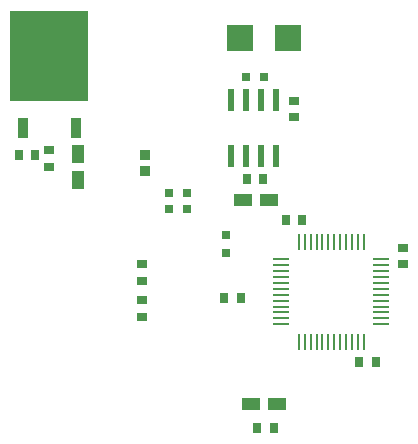
<source format=gtp>
G04 Layer_Color=8421504*
%FSLAX44Y44*%
%MOMM*%
G71*
G01*
G75*
%ADD10R,1.4975X1.1176*%
%ADD11R,0.6604X0.8636*%
%ADD12R,1.1176X1.4975*%
%ADD13R,0.8636X0.6604*%
%ADD14R,0.7874X0.7874*%
%ADD15R,0.7556X0.8000*%
%ADD16R,0.2794X1.4732*%
%ADD17R,1.4732X0.2794*%
%ADD18R,0.8000X0.7556*%
%ADD19R,0.5588X1.9812*%
%ADD20R,2.2098X2.2606*%
%ADD21R,0.9398X1.7018*%
%ADD22R,6.6548X7.7216*%
%ADD23R,0.9398X0.8128*%
D10*
X208656Y133350D02*
D03*
X230764D02*
D03*
X224414Y306070D02*
D03*
X202306D02*
D03*
D11*
X227965Y113030D02*
D03*
X213995D02*
D03*
X26035Y344170D02*
D03*
X12065D02*
D03*
X314325Y168910D02*
D03*
X300355D02*
D03*
X238125Y289560D02*
D03*
X252095D02*
D03*
X205105Y323850D02*
D03*
X219075D02*
D03*
X186055Y223520D02*
D03*
X200025D02*
D03*
D12*
X62230Y345064D02*
D03*
Y322956D02*
D03*
D13*
X38100Y348615D02*
D03*
Y334645D02*
D03*
X116840Y207645D02*
D03*
Y221615D02*
D03*
Y252095D02*
D03*
Y238125D02*
D03*
X245110Y376555D02*
D03*
Y390525D02*
D03*
X337820Y252095D02*
D03*
Y266065D02*
D03*
D14*
X139827Y312420D02*
D03*
X154813D02*
D03*
D15*
X155098Y298450D02*
D03*
X139542D02*
D03*
X204312Y410210D02*
D03*
X219868D02*
D03*
D16*
X249360Y270764D02*
D03*
X254360D02*
D03*
X259360D02*
D03*
X264360D02*
D03*
X269360D02*
D03*
X274360D02*
D03*
X279360D02*
D03*
X284360D02*
D03*
X289360D02*
D03*
X294360D02*
D03*
X299360D02*
D03*
X304360D02*
D03*
Y186436D02*
D03*
X299360D02*
D03*
X294360D02*
D03*
X289360D02*
D03*
X284360D02*
D03*
X279360D02*
D03*
X274360D02*
D03*
X269360D02*
D03*
X264360D02*
D03*
X259360D02*
D03*
X254360D02*
D03*
X249360D02*
D03*
D17*
X319024Y256100D02*
D03*
Y251100D02*
D03*
Y246100D02*
D03*
Y241100D02*
D03*
Y236100D02*
D03*
Y231100D02*
D03*
Y226100D02*
D03*
Y221100D02*
D03*
Y216100D02*
D03*
Y211100D02*
D03*
Y206100D02*
D03*
Y201100D02*
D03*
X234696D02*
D03*
Y206100D02*
D03*
Y211100D02*
D03*
Y216100D02*
D03*
Y221100D02*
D03*
Y226100D02*
D03*
Y231100D02*
D03*
Y236100D02*
D03*
Y241100D02*
D03*
Y246100D02*
D03*
Y251100D02*
D03*
Y256100D02*
D03*
D18*
X187960Y261462D02*
D03*
Y277018D02*
D03*
D19*
X191770Y343408D02*
D03*
X204470D02*
D03*
X217170D02*
D03*
X229870D02*
D03*
Y390652D02*
D03*
X217170D02*
D03*
X204470D02*
D03*
X191770D02*
D03*
D20*
X199263Y443230D02*
D03*
X240157D02*
D03*
D21*
X15600Y366903D02*
D03*
X60600D02*
D03*
D22*
X38100Y427990D02*
D03*
D23*
X119380Y344551D02*
D03*
Y331089D02*
D03*
M02*

</source>
